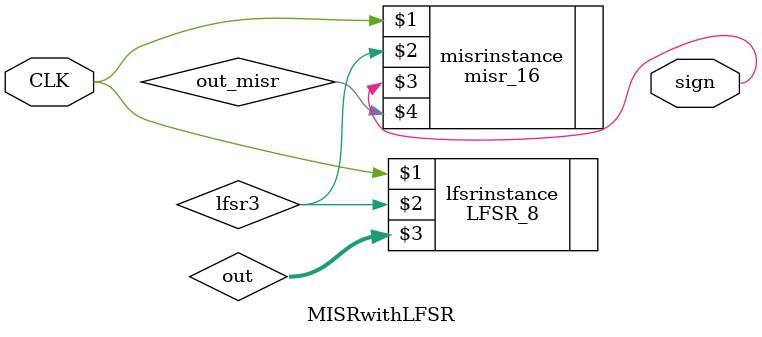
<source format=v>
module MISRwithLFSR(CLK,sign);
	input CLK;
	output sign;
	wire [7:0] out;
	
	LFSR_8 lfsrinstance(CLK,lfsr3,out);
	misr_16 misrinstance(CLK,lfsr3,sign,out_misr);
	
endmodule
</source>
